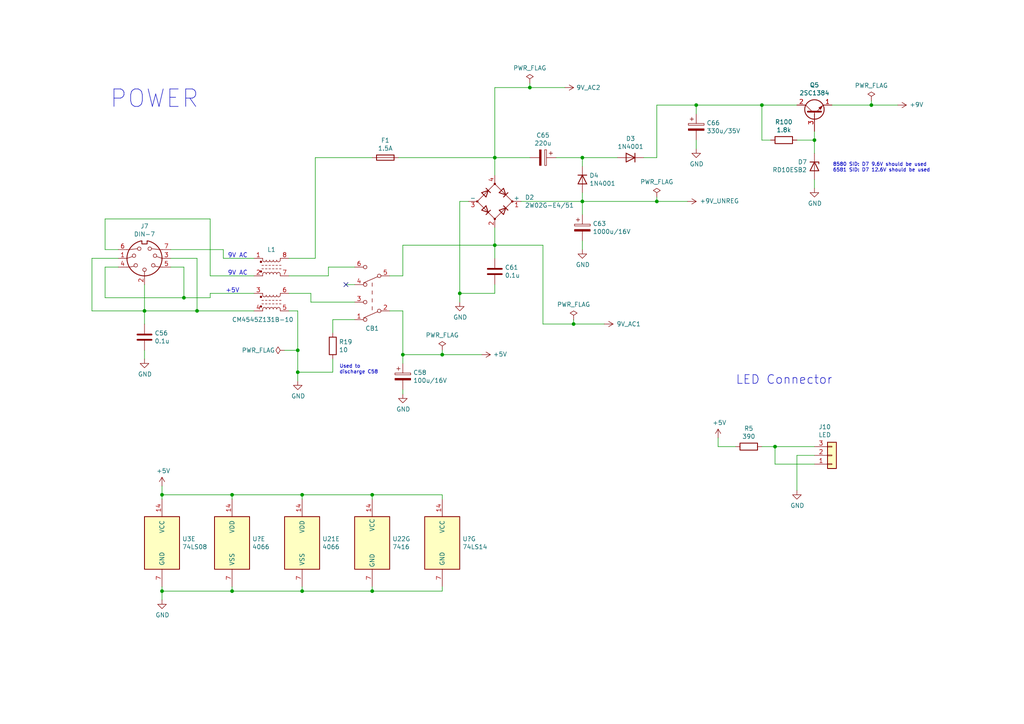
<source format=kicad_sch>
(kicad_sch (version 20230121) (generator eeschema)
  (paper "A4")
  (title_block (title "Commodore C64C - Assy 250469-01 Rev. A") (date "2023-04-02") (rev "2") (company "https://github.com/KicadRetroArchive") (comment 1 "KiCad schematic licensed under CERN-OHL-S") (comment 2 "WARNING: These schematics might contain errors!") (comment 3 "Author: Andrea Cisternino <andrea.cisternino@posteo.net>"))
  (lib_symbols
    (symbol "250469-01:+9V_UNREG" (power) (pin_names (offset 0))
      (property "Value" "+9V_UNREG" (at 0 3.556 0))
      (symbol "+9V_UNREG_0_1"
        (polyline (pts (xy -0.762 1.27) (xy 0 2.54)))
        (polyline (pts (xy 0 0) (xy 0 2.54)))
        (polyline (pts (xy 0 2.54) (xy 0.762 1.27)))
      )
      (symbol "+9V_UNREG_1_1"
        (pin power_in line (at 0 0 90) (length 0) hide (name "+9V_UNREG") (number "1"))
      )
    )
    (symbol "250469-01:9V_AC1" (power) (pin_names (offset 0))
      (property "Value" "9V_AC1" (at 0 3.556 0))
      (symbol "9V_AC1_0_1"
        (polyline (pts (xy -0.762 1.27) (xy 0 2.54)))
        (polyline (pts (xy 0 0) (xy 0 2.54)))
        (polyline (pts (xy 0 2.54) (xy 0.762 1.27)))
      )
      (symbol "9V_AC1_1_1"
        (pin power_in line (at 0 0 90) (length 0) hide (name "9V_AC1") (number "1"))
      )
    )
    (symbol "250469-01:9V_AC2" (power) (pin_names (offset 0))
      (property "Value" "9V_AC2" (at 0 3.556 0))
      (symbol "9V_AC2_0_1"
        (polyline (pts (xy -0.762 1.27) (xy 0 2.54)))
        (polyline (pts (xy 0 0) (xy 0 2.54)))
        (polyline (pts (xy 0 2.54) (xy 0.762 1.27)))
      )
      (symbol "9V_AC2_1_1"
        (pin power_in line (at 0 0 90) (length 0) hide (name "9V_AC2") (number "1"))
      )
    )
    (symbol "4xxx:4066" (pin_names (offset 1.016))
      (property "Reference" "U" (at -7.62 8.89 0))
      (property "Value" "4066" (at -7.62 -8.89 0))
      (symbol "4066_1_0"
        (polyline (pts (xy 0 1.27) (xy 0 2.54)) (stroke (width 0.1524)))
        (polyline (pts (xy -2.54 0) (xy 2.54 2.54) (xy 2.54 -2.54) (xy -2.54 0)) (fill (type background)))
        (polyline (pts (xy -2.54 2.54) (xy 2.54 0) (xy -2.54 -2.54) (xy -2.54 2.54)) (fill (type background)))
        (pin passive line (at -7.62 0 0) (length 5.08) (name "~") (number "1"))
        (pin input line (at 0 7.62 270) (length 5.08) (name "~") (number "13"))
        (pin passive line (at 7.62 0 180) (length 5.08) (name "~") (number "2"))
      )
      (symbol "4066_2_0"
        (polyline (pts (xy 0 1.27) (xy 0 2.54)) (stroke (width 0.1524)))
        (polyline (pts (xy -2.54 0) (xy 2.54 2.54) (xy 2.54 -2.54) (xy -2.54 0)) (fill (type background)))
        (polyline (pts (xy -2.54 2.54) (xy 2.54 0) (xy -2.54 -2.54) (xy -2.54 2.54)) (fill (type background)))
        (pin passive line (at 7.62 0 180) (length 5.08) (name "~") (number "3"))
        (pin passive line (at -7.62 0 0) (length 5.08) (name "~") (number "4"))
        (pin input line (at 0 7.62 270) (length 5.08) (name "~") (number "5"))
      )
      (symbol "4066_3_0"
        (polyline (pts (xy 0 1.27) (xy 0 2.54)) (stroke (width 0.1524)))
        (polyline (pts (xy -2.54 0) (xy 2.54 2.54) (xy 2.54 -2.54) (xy -2.54 0)) (fill (type background)))
        (polyline (pts (xy -2.54 2.54) (xy 2.54 0) (xy -2.54 -2.54) (xy -2.54 2.54)) (fill (type background)))
        (pin input line (at 0 7.62 270) (length 5.08) (name "~") (number "6"))
        (pin passive line (at -7.62 0 0) (length 5.08) (name "~") (number "8"))
        (pin passive line (at 7.62 0 180) (length 5.08) (name "~") (number "9"))
      )
      (symbol "4066_4_0"
        (polyline (pts (xy 0 1.27) (xy 0 2.54)) (stroke (width 0.1524)))
        (polyline (pts (xy -2.54 0) (xy 2.54 2.54) (xy 2.54 -2.54) (xy -2.54 0)) (fill (type background)))
        (polyline (pts (xy -2.54 2.54) (xy 2.54 0) (xy -2.54 -2.54) (xy -2.54 2.54)) (fill (type background)))
        (pin passive line (at 7.62 0 180) (length 5.08) (name "~") (number "10"))
        (pin passive line (at -7.62 0 0) (length 5.08) (name "~") (number "11"))
        (pin input line (at 0 7.62 270) (length 5.08) (name "~") (number "12"))
      )
      (symbol "4066_5_0"
        (pin power_in line (at 0 12.7 270) (length 5.08) (name "VDD") (number "14"))
        (pin power_in line (at 0 -12.7 90) (length 5.08) (name "VSS") (number "7"))
      )
      (symbol "4066_5_1"
        (rectangle (start -5.08 7.62) (end 5.08 -7.62) (stroke (width 0.254)) (fill (type background)))
      )
    )
    (symbol "74xx:74LS08" (pin_names (offset 1.016))
      (property "Reference" "U" (at 0 1.27 0))
      (property "Value" "74LS08" (at 0 -1.27 0))
      (symbol "74LS08_1_1"
        (arc (start 0 -3.81) (mid 3.7934 0) (end 0 3.81) (stroke (width 0.254)) (fill (type background)))
        (polyline (pts (xy 0 3.81) (xy -3.81 3.81) (xy -3.81 -3.81) (xy 0 -3.81)) (stroke (width 0.254)) (fill (type background)))
        (pin input line (at -7.62 2.54 0) (length 3.81) (name "~") (number "1"))
        (pin input line (at -7.62 -2.54 0) (length 3.81) (name "~") (number "2"))
        (pin output line (at 7.62 0 180) (length 3.81) (name "~") (number "3"))
      )
      (symbol "74LS08_1_2"
        (arc (start -3.81 -3.81) (mid -2.589 0) (end -3.81 3.81) (stroke (width 0.254)))
        (arc (start -0.6096 -3.81) (mid 2.1842 -2.5851) (end 3.81 0) (stroke (width 0.254)) (fill (type background)))
        (polyline (pts (xy -3.81 -3.81) (xy -0.635 -3.81)) (stroke (width 0.254)) (fill (type background)))
        (polyline (pts (xy -3.81 3.81) (xy -0.635 3.81)) (stroke (width 0.254)) (fill (type background)))
        (polyline (pts (xy -0.635 3.81) (xy -3.81 3.81) (xy -3.81 3.81) (xy -3.556 3.4036) (xy -3.0226 2.2606) (xy -2.6924 1.0414) (xy -2.6162 -0.254) (xy -2.7686 -1.4986) (xy -3.175 -2.7178) (xy -3.81 -3.81) (xy -3.81 -3.81) (xy -0.635 -3.81)) (stroke (width -25.4)) (fill (type background)))
        (arc (start 3.81 0) (mid 2.1915 2.5936) (end -0.6096 3.81) (stroke (width 0.254)) (fill (type background)))
        (pin input inverted (at -7.62 2.54 0) (length 4.318) (name "~") (number "1"))
        (pin input inverted (at -7.62 -2.54 0) (length 4.318) (name "~") (number "2"))
        (pin output inverted (at 7.62 0 180) (length 3.81) (name "~") (number "3"))
      )
      (symbol "74LS08_2_1"
        (arc (start 0 -3.81) (mid 3.7934 0) (end 0 3.81) (stroke (width 0.254)) (fill (type background)))
        (polyline (pts (xy 0 3.81) (xy -3.81 3.81) (xy -3.81 -3.81) (xy 0 -3.81)) (stroke (width 0.254)) (fill (type background)))
        (pin input line (at -7.62 2.54 0) (length 3.81) (name "~") (number "4"))
        (pin input line (at -7.62 -2.54 0) (length 3.81) (name "~") (number "5"))
        (pin output line (at 7.62 0 180) (length 3.81) (name "~") (number "6"))
      )
      (symbol "74LS08_2_2"
        (arc (start -3.81 -3.81) (mid -2.589 0) (end -3.81 3.81) (stroke (width 0.254)))
        (arc (start -0.6096 -3.81) (mid 2.1842 -2.5851) (end 3.81 0) (stroke (width 0.254)) (fill (type background)))
        (polyline (pts (xy -3.81 -3.81) (xy -0.635 -3.81)) (stroke (width 0.254)) (fill (type background)))
        (polyline (pts (xy -3.81 3.81) (xy -0.635 3.81)) (stroke (width 0.254)) (fill (type background)))
        (polyline (pts (xy -0.635 3.81) (xy -3.81 3.81) (xy -3.81 3.81) (xy -3.556 3.4036) (xy -3.0226 2.2606) (xy -2.6924 1.0414) (xy -2.6162 -0.254) (xy -2.7686 -1.4986) (xy -3.175 -2.7178) (xy -3.81 -3.81) (xy -3.81 -3.81) (xy -0.635 -3.81)) (stroke (width -25.4)) (fill (type background)))
        (arc (start 3.81 0) (mid 2.1915 2.5936) (end -0.6096 3.81) (stroke (width 0.254)) (fill (type background)))
        (pin input inverted (at -7.62 2.54 0) (length 4.318) (name "~") (number "4"))
        (pin input inverted (at -7.62 -2.54 0) (length 4.318) (name "~") (number "5"))
        (pin output inverted (at 7.62 0 180) (length 3.81) (name "~") (number "6"))
      )
      (symbol "74LS08_3_1"
        (arc (start 0 -3.81) (mid 3.7934 0) (end 0 3.81) (stroke (width 0.254)) (fill (type background)))
        (polyline (pts (xy 0 3.81) (xy -3.81 3.81) (xy -3.81 -3.81) (xy 0 -3.81)) (stroke (width 0.254)) (fill (type background)))
        (pin input line (at -7.62 -2.54 0) (length 3.81) (name "~") (number "10"))
        (pin output line (at 7.62 0 180) (length 3.81) (name "~") (number "8"))
        (pin input line (at -7.62 2.54 0) (length 3.81) (name "~") (number "9"))
      )
      (symbol "74LS08_3_2"
        (arc (start -3.81 -3.81) (mid -2.589 0) (end -3.81 3.81) (stroke (width 0.254)))
        (arc (start -0.6096 -3.81) (mid 2.1842 -2.5851) (end 3.81 0) (stroke (width 0.254)) (fill (type background)))
        (polyline (pts (xy -3.81 -3.81) (xy -0.635 -3.81)) (stroke (width 0.254)) (fill (type background)))
        (polyline (pts (xy -3.81 3.81) (xy -0.635 3.81)) (stroke (width 0.254)) (fill (type background)))
        (polyline (pts (xy -0.635 3.81) (xy -3.81 3.81) (xy -3.81 3.81) (xy -3.556 3.4036) (xy -3.0226 2.2606) (xy -2.6924 1.0414) (xy -2.6162 -0.254) (xy -2.7686 -1.4986) (xy -3.175 -2.7178) (xy -3.81 -3.81) (xy -3.81 -3.81) (xy -0.635 -3.81)) (stroke (width -25.4)) (fill (type background)))
        (arc (start 3.81 0) (mid 2.1915 2.5936) (end -0.6096 3.81) (stroke (width 0.254)) (fill (type background)))
        (pin input inverted (at -7.62 -2.54 0) (length 4.318) (name "~") (number "10"))
        (pin output inverted (at 7.62 0 180) (length 3.81) (name "~") (number "8"))
        (pin input inverted (at -7.62 2.54 0) (length 4.318) (name "~") (number "9"))
      )
      (symbol "74LS08_4_1"
        (arc (start 0 -3.81) (mid 3.7934 0) (end 0 3.81) (stroke (width 0.254)) (fill (type background)))
        (polyline (pts (xy 0 3.81) (xy -3.81 3.81) (xy -3.81 -3.81) (xy 0 -3.81)) (stroke (width 0.254)) (fill (type background)))
        (pin output line (at 7.62 0 180) (length 3.81) (name "~") (number "11"))
        (pin input line (at -7.62 2.54 0) (length 3.81) (name "~") (number "12"))
        (pin input line (at -7.62 -2.54 0) (length 3.81) (name "~") (number "13"))
      )
      (symbol "74LS08_4_2"
        (arc (start -3.81 -3.81) (mid -2.589 0) (end -3.81 3.81) (stroke (width 0.254)))
        (arc (start -0.6096 -3.81) (mid 2.1842 -2.5851) (end 3.81 0) (stroke (width 0.254)) (fill (type background)))
        (polyline (pts (xy -3.81 -3.81) (xy -0.635 -3.81)) (stroke (width 0.254)) (fill (type background)))
        (polyline (pts (xy -3.81 3.81) (xy -0.635 3.81)) (stroke (width 0.254)) (fill (type background)))
        (polyline (pts (xy -0.635 3.81) (xy -3.81 3.81) (xy -3.81 3.81) (xy -3.556 3.4036) (xy -3.0226 2.2606) (xy -2.6924 1.0414) (xy -2.6162 -0.254) (xy -2.7686 -1.4986) (xy -3.175 -2.7178) (xy -3.81 -3.81) (xy -3.81 -3.81) (xy -0.635 -3.81)) (stroke (width -25.4)) (fill (type background)))
        (arc (start 3.81 0) (mid 2.1915 2.5936) (end -0.6096 3.81) (stroke (width 0.254)) (fill (type background)))
        (pin output inverted (at 7.62 0 180) (length 3.81) (name "~") (number "11"))
        (pin input inverted (at -7.62 2.54 0) (length 4.318) (name "~") (number "12"))
        (pin input inverted (at -7.62 -2.54 0) (length 4.318) (name "~") (number "13"))
      )
      (symbol "74LS08_5_0"
        (pin power_in line (at 0 12.7 270) (length 5.08) (name "VCC") (number "14"))
        (pin power_in line (at 0 -12.7 90) (length 5.08) (name "GND") (number "7"))
      )
      (symbol "74LS08_5_1"
        (rectangle (start -5.08 7.62) (end 5.08 -7.62) (stroke (width 0.254)) (fill (type background)))
      )
    )
    (symbol "74xx:74LS14" (pin_names (offset 1.016))
      (property "Reference" "U" (at 0 1.27 0))
      (property "Value" "74LS14" (at 0 -1.27 0))
      (symbol "74LS14_1_0"
        (polyline (pts (xy -3.81 3.81) (xy -3.81 -3.81) (xy 3.81 0) (xy -3.81 3.81)) (stroke (width 0.254)) (fill (type background)))
        (pin input line (at -7.62 0 0) (length 3.81) (name "~") (number "1"))
        (pin output inverted (at 7.62 0 180) (length 3.81) (name "~") (number "2"))
      )
      (symbol "74LS14_1_1"
        (polyline (pts (xy -1.905 -1.27) (xy -1.905 1.27) (xy -0.635 1.27)))
        (polyline (pts (xy -2.54 -1.27) (xy -0.635 -1.27) (xy -0.635 1.27) (xy 0 1.27)))
      )
      (symbol "74LS14_2_0"
        (polyline (pts (xy -3.81 3.81) (xy -3.81 -3.81) (xy 3.81 0) (xy -3.81 3.81)) (stroke (width 0.254)) (fill (type background)))
        (pin input line (at -7.62 0 0) (length 3.81) (name "~") (number "3"))
        (pin output inverted (at 7.62 0 180) (length 3.81) (name "~") (number "4"))
      )
      (symbol "74LS14_2_1"
        (polyline (pts (xy -1.905 -1.27) (xy -1.905 1.27) (xy -0.635 1.27)))
        (polyline (pts (xy -2.54 -1.27) (xy -0.635 -1.27) (xy -0.635 1.27) (xy 0 1.27)))
      )
      (symbol "74LS14_3_0"
        (polyline (pts (xy -3.81 3.81) (xy -3.81 -3.81) (xy 3.81 0) (xy -3.81 3.81)) (stroke (width 0.254)) (fill (type background)))
        (pin input line (at -7.62 0 0) (length 3.81) (name "~") (number "5"))
        (pin output inverted (at 7.62 0 180) (length 3.81) (name "~") (number "6"))
      )
      (symbol "74LS14_3_1"
        (polyline (pts (xy -1.905 -1.27) (xy -1.905 1.27) (xy -0.635 1.27)))
        (polyline (pts (xy -2.54 -1.27) (xy -0.635 -1.27) (xy -0.635 1.27) (xy 0 1.27)))
      )
      (symbol "74LS14_4_0"
        (polyline (pts (xy -3.81 3.81) (xy -3.81 -3.81) (xy 3.81 0) (xy -3.81 3.81)) (stroke (width 0.254)) (fill (type background)))
        (pin output inverted (at 7.62 0 180) (length 3.81) (name "~") (number "8"))
        (pin input line (at -7.62 0 0) (length 3.81) (name "~") (number "9"))
      )
      (symbol "74LS14_4_1"
        (polyline (pts (xy -1.905 -1.27) (xy -1.905 1.27) (xy -0.635 1.27)))
        (polyline (pts (xy -2.54 -1.27) (xy -0.635 -1.27) (xy -0.635 1.27) (xy 0 1.27)))
      )
      (symbol "74LS14_5_0"
        (polyline (pts (xy -3.81 3.81) (xy -3.81 -3.81) (xy 3.81 0) (xy -3.81 3.81)) (stroke (width 0.254)) (fill (type background)))
        (pin output inverted (at 7.62 0 180) (length 3.81) (name "~") (number "10"))
        (pin input line (at -7.62 0 0) (length 3.81) (name "~") (number "11"))
      )
      (symbol "74LS14_5_1"
        (polyline (pts (xy -1.905 -1.27) (xy -1.905 1.27) (xy -0.635 1.27)))
        (polyline (pts (xy -2.54 -1.27) (xy -0.635 -1.27) (xy -0.635 1.27) (xy 0 1.27)))
      )
      (symbol "74LS14_6_0"
        (polyline (pts (xy -3.81 3.81) (xy -3.81 -3.81) (xy 3.81 0) (xy -3.81 3.81)) (stroke (width 0.254)) (fill (type background)))
        (pin output inverted (at 7.62 0 180) (length 3.81) (name "~") (number "12"))
        (pin input line (at -7.62 0 0) (length 3.81) (name "~") (number "13"))
      )
      (symbol "74LS14_6_1"
        (polyline (pts (xy -1.905 -1.27) (xy -1.905 1.27) (xy -0.635 1.27)))
        (polyline (pts (xy -2.54 -1.27) (xy -0.635 -1.27) (xy -0.635 1.27) (xy 0 1.27)))
      )
      (symbol "74LS14_7_0"
        (pin power_in line (at 0 12.7 270) (length 5.08) (name "VCC") (number "14"))
        (pin power_in line (at 0 -12.7 90) (length 5.08) (name "GND") (number "7"))
      )
      (symbol "74LS14_7_1"
        (rectangle (start -5.08 7.62) (end 5.08 -7.62) (stroke (width 0.254)) (fill (type background)))
      )
    )
    (symbol "Connector:DIN-7" (pin_names (offset 1.016))
      (property "Reference" "J" (at 3.175 5.715 0))
      (property "Value" "DIN-7" (at 0 -6.604 0))
      (symbol "DIN-7_0_1"
        (arc (start -5.08 0) (mid -3.8609 -3.3364) (end -0.762 -5.08) (stroke (width 0.254)))
        (circle (center -3.048 -0.762) (radius 0.508))
        (circle (center -2.54 2.032) (radius 0.508))
        (circle (center -1.524 -2.794) (radius 0.508))
        (polyline (pts (xy -5.08 0) (xy -3.556 -0.508)))
        (polyline (pts (xy 0 5.08) (xy 0 3.81)))
        (polyline (pts (xy 5.08 0) (xy 3.556 -0.508)))
        (polyline (pts (xy -5.08 -2.54) (xy -4.318 -2.54) (xy -2.032 -2.794)))
        (polyline (pts (xy -5.08 2.54) (xy -4.318 2.54) (xy -3.048 2.286)))
        (polyline (pts (xy 5.08 -2.54) (xy 4.318 -2.54) (xy 2.032 -2.794)))
        (polyline (pts (xy 5.08 2.54) (xy 4.318 2.54) (xy 3.048 2.286)))
        (polyline (pts (xy -0.762 -4.953) (xy -0.762 -4.191) (xy 0.762 -4.191) (xy 0.762 -4.953)) (stroke (width 0.254)))
        (circle (center 0 3.302) (radius 0.508))
        (arc (start 0.762 -5.08) (mid 3.8685 -3.343) (end 5.08 0) (stroke (width 0.254)))
        (circle (center 1.524 -2.794) (radius 0.508))
        (circle (center 2.54 2.032) (radius 0.508))
        (circle (center 3.048 -0.762) (radius 0.508))
        (arc (start 5.08 0) (mid 0 5.0579) (end -5.08 0) (stroke (width 0.254)))
      )
      (symbol "DIN-7_1_1"
        (pin passive line (at -7.62 0 0) (length 2.54) (name "~") (number "1"))
        (pin passive line (at 0 7.62 270) (length 2.54) (name "~") (number "2"))
        (pin passive line (at 7.62 0 180) (length 2.54) (name "~") (number "3"))
        (pin passive line (at -7.62 2.54 0) (length 2.54) (name "~") (number "4"))
        (pin passive line (at 7.62 2.54 180) (length 2.54) (name "~") (number "5"))
        (pin passive line (at -7.62 -2.54 0) (length 2.54) (name "~") (number "6"))
        (pin passive line (at 7.62 -2.54 180) (length 2.54) (name "~") (number "7"))
      )
    )
    (symbol "Connector_Generic:Conn_01x03" (pin_names (offset 1.016) hide)
      (property "Reference" "J" (at 0 5.08 0))
      (property "Value" "Conn_01x03" (at 0 -5.08 0))
      (symbol "Conn_01x03_1_1"
        (rectangle (start -1.27 -2.413) (end 0 -2.667) (stroke (width 0.1524)))
        (rectangle (start -1.27 0.127) (end 0 -0.127) (stroke (width 0.1524)))
        (rectangle (start -1.27 2.667) (end 0 2.413) (stroke (width 0.1524)))
        (rectangle (start -1.27 3.81) (end 1.27 -3.81) (stroke (width 0.254)) (fill (type background)))
        (pin passive line (at -5.08 2.54 0) (length 3.81) (name "Pin_1") (number "1"))
        (pin passive line (at -5.08 0 0) (length 3.81) (name "Pin_2") (number "2"))
        (pin passive line (at -5.08 -2.54 0) (length 3.81) (name "Pin_3") (number "3"))
      )
    )
    (symbol "Device:C" (pin_numbers hide) (pin_names (offset 0.254))
      (property "Reference" "C" (at 0.635 2.54 0))
      (property "Value" "C" (at 0.635 -2.54 0))
      (symbol "C_0_1"
        (polyline (pts (xy -2.032 -0.762) (xy 2.032 -0.762)) (stroke (width 0.508)))
        (polyline (pts (xy -2.032 0.762) (xy 2.032 0.762)) (stroke (width 0.508)))
      )
      (symbol "C_1_1"
        (pin passive line (at 0 3.81 270) (length 2.794) (name "~") (number "1"))
        (pin passive line (at 0 -3.81 90) (length 2.794) (name "~") (number "2"))
      )
    )
    (symbol "Device:C_Polarized" (pin_numbers hide) (pin_names (offset 0.254))
      (property "Reference" "C" (at 0.635 2.54 0))
      (property "Value" "C_Polarized" (at 0.635 -2.54 0))
      (symbol "C_Polarized_0_1"
        (rectangle (start -2.286 0.508) (end 2.286 1.016))
        (polyline (pts (xy -1.778 2.286) (xy -0.762 2.286)))
        (polyline (pts (xy -1.27 2.794) (xy -1.27 1.778)))
        (rectangle (start 2.286 -0.508) (end -2.286 -1.016) (fill (type outline)))
      )
      (symbol "C_Polarized_1_1"
        (pin passive line (at 0 3.81 270) (length 2.794) (name "~") (number "1"))
        (pin passive line (at 0 -3.81 90) (length 2.794) (name "~") (number "2"))
      )
    )
    (symbol "Device:D_Bridge_+A-A" (pin_names (offset 0))
      (property "Reference" "D" (at 2.54 6.985 0))
      (property "Value" "D_Bridge_+A-A" (at 2.54 5.08 0))
      (symbol "D_Bridge_+A-A_0_1"
        (circle (center -5.08 0) (radius 0.254) (fill (type outline)))
        (circle (center 0 -5.08) (radius 0.254) (fill (type outline)))
        (polyline (pts (xy -2.54 3.81) (xy -1.27 2.54)) (stroke (width 0.254)))
        (polyline (pts (xy -1.27 -2.54) (xy -2.54 -3.81)) (stroke (width 0.254)))
        (polyline (pts (xy 2.54 -1.27) (xy 3.81 -2.54)) (stroke (width 0.254)))
        (polyline (pts (xy 2.54 1.27) (xy 3.81 2.54)) (stroke (width 0.254)))
        (polyline (pts (xy -3.81 2.54) (xy -2.54 1.27) (xy -1.905 3.175) (xy -3.81 2.54)) (stroke (width 0.254)))
        (polyline (pts (xy -2.54 -1.27) (xy -3.81 -2.54) (xy -1.905 -3.175) (xy -2.54 -1.27)) (stroke (width 0.254)))
        (polyline (pts (xy 1.27 2.54) (xy 2.54 3.81) (xy 3.175 1.905) (xy 1.27 2.54)) (stroke (width 0.254)))
        (polyline (pts (xy 3.175 -1.905) (xy 1.27 -2.54) (xy 2.54 -3.81) (xy 3.175 -1.905)) (stroke (width 0.254)))
        (polyline (pts (xy -5.08 0) (xy 0 -5.08) (xy 5.08 0) (xy 0 5.08) (xy -5.08 0)))
        (circle (center 0 5.08) (radius 0.254) (fill (type outline)))
        (circle (center 5.08 0) (radius 0.254) (fill (type outline)))
      )
      (symbol "D_Bridge_+A-A_1_1"
        (pin passive line (at 7.62 0 180) (length 2.54) (name "+") (number "1"))
        (pin passive line (at 0 -7.62 90) (length 2.54) (name "~") (number "2"))
        (pin passive line (at -7.62 0 0) (length 2.54) (name "-") (number "3"))
        (pin passive line (at 0 7.62 270) (length 2.54) (name "~") (number "4"))
      )
    )
    (symbol "Device:Fuse" (pin_numbers hide) (pin_names (offset 0))
      (property "Reference" "F" (at 2.032 0 90))
      (property "Value" "Fuse" (at -1.905 0 90))
      (symbol "Fuse_0_1"
        (rectangle (start -0.762 -2.54) (end 0.762 2.54) (stroke (width 0.254)))
        (polyline (pts (xy 0 2.54) (xy 0 -2.54)))
      )
      (symbol "Fuse_1_1"
        (pin passive line (at 0 3.81 270) (length 1.27) (name "~") (number "1"))
        (pin passive line (at 0 -3.81 90) (length 1.27) (name "~") (number "2"))
      )
    )
    (symbol "Device:R" (pin_numbers hide) (pin_names (offset 0))
      (property "Reference" "R" (at 2.032 0 90))
      (property "Value" "R" (at 0 0 90))
      (symbol "R_0_1"
        (rectangle (start -1.016 -2.54) (end 1.016 2.54) (stroke (width 0.254)))
      )
      (symbol "R_1_1"
        (pin passive line (at 0 3.81 270) (length 1.27) (name "~") (number "1"))
        (pin passive line (at 0 -3.81 90) (length 1.27) (name "~") (number "2"))
      )
    )
    (symbol "Diode:1N4001" (pin_numbers hide) (pin_names hide)
      (property "Reference" "D" (at 0 2.54 0))
      (property "Value" "1N4001" (at 0 -2.54 0))
      (symbol "1N4001_0_1"
        (polyline (pts (xy -1.27 1.27) (xy -1.27 -1.27)) (stroke (width 0.254)))
        (polyline (pts (xy 1.27 0) (xy -1.27 0)))
        (polyline (pts (xy 1.27 1.27) (xy 1.27 -1.27) (xy -1.27 0) (xy 1.27 1.27)) (stroke (width 0.254)))
      )
      (symbol "1N4001_1_1"
        (pin passive line (at -3.81 0 0) (length 2.54) (name "K") (number "1"))
        (pin passive line (at 3.81 0 180) (length 2.54) (name "A") (number "2"))
      )
    )
    (symbol "krl_74xx:7416"
      (property "Reference" "U" (at 0 1.524 0))
      (property "Value" "7416" (at 0 -0.762 0))
      (symbol "7416_1_0"
        (polyline (pts (xy -3.81 3.81) (xy -3.81 -3.81) (xy 3.81 0) (xy -3.81 3.81)) (stroke (width 0.254)) (fill (type background)))
        (pin input line (at -7.62 0 0) (length 3.81) (name "~") (number "1"))
        (pin open_collector inverted (at 7.62 0 180) (length 3.81) (name "~") (number "2"))
      )
      (symbol "7416_1_1"
        (polyline (pts (xy -2.54 -0.508) (xy -0.508 -0.508)) (stroke (width 0.1016)))
        (polyline (pts (xy -2.54 0.254) (xy -1.524 1.27)) (stroke (width 0.1016)))
        (polyline (pts (xy -1.778 -0.508) (xy -2.54 0.254)) (stroke (width 0.1016)))
        (polyline (pts (xy -1.524 1.27) (xy -0.508 0.254)) (stroke (width 0.1016)))
        (polyline (pts (xy -1.27 -0.508) (xy -0.508 0.254)) (stroke (width 0.1016)))
      )
      (symbol "7416_2_0"
        (polyline (pts (xy -3.81 3.81) (xy -3.81 -3.81) (xy 3.81 0) (xy -3.81 3.81)) (stroke (width 0.254)) (fill (type background)))
        (pin input line (at -7.62 0 0) (length 3.81) (name "~") (number "3"))
        (pin open_collector inverted (at 7.62 0 180) (length 3.81) (name "~") (number "4"))
      )
      (symbol "7416_2_1"
        (polyline (pts (xy -2.54 -0.508) (xy -0.508 -0.508)) (stroke (width 0.1016)))
        (polyline (pts (xy -2.54 0.254) (xy -1.524 1.27)) (stroke (width 0.1016)))
        (polyline (pts (xy -1.778 -0.508) (xy -2.54 0.254)) (stroke (width 0.1016)))
        (polyline (pts (xy -1.524 1.27) (xy -0.508 0.254)) (stroke (width 0.1016)))
        (polyline (pts (xy -1.27 -0.508) (xy -0.508 0.254)) (stroke (width 0.1016)))
      )
      (symbol "7416_3_0"
        (polyline (pts (xy -3.81 3.81) (xy -3.81 -3.81) (xy 3.81 0) (xy -3.81 3.81)) (stroke (width 0.254)) (fill (type background)))
        (pin input line (at -7.62 0 0) (length 3.81) (name "~") (number "5"))
        (pin open_collector inverted (at 7.62 0 180) (length 3.81) (name "~") (number "6"))
      )
      (symbol "7416_3_1"
        (polyline (pts (xy -2.54 -0.508) (xy -0.508 -0.508)) (stroke (width 0.1016)))
        (polyline (pts (xy -2.54 0.254) (xy -1.524 1.27)) (stroke (width 0.1016)))
        (polyline (pts (xy -1.778 -0.508) (xy -2.54 0.254)) (stroke (width 0.1016)))
        (polyline (pts (xy -1.524 1.27) (xy -0.508 0.254)) (stroke (width 0.1016)))
        (polyline (pts (xy -1.27 -0.508) (xy -0.508 0.254)) (stroke (width 0.1016)))
      )
      (symbol "7416_4_0"
        (polyline (pts (xy -3.81 3.81) (xy -3.81 -3.81) (xy 3.81 0) (xy -3.81 3.81)) (stroke (width 0.254)) (fill (type background)))
        (pin open_collector inverted (at 7.62 0 180) (length 3.81) (name "~") (number "8"))
        (pin input line (at -7.62 0 0) (length 3.81) (name "~") (number "9"))
      )
      (symbol "7416_4_1"
        (polyline (pts (xy -2.54 -0.508) (xy -0.508 -0.508)) (stroke (width 0.1016)))
        (polyline (pts (xy -2.54 0.254) (xy -1.524 1.27)) (stroke (width 0.1016)))
        (polyline (pts (xy -1.778 -0.508) (xy -2.54 0.254)) (stroke (width 0.1016)))
        (polyline (pts (xy -1.524 1.27) (xy -0.508 0.254)) (stroke (width 0.1016)))
        (polyline (pts (xy -1.27 -0.508) (xy -0.508 0.254)) (stroke (width 0.1016)))
      )
      (symbol "7416_5_0"
        (polyline (pts (xy -3.81 3.81) (xy -3.81 -3.81) (xy 3.81 0) (xy -3.81 3.81)) (stroke (width 0.254)) (fill (type background)))
        (pin open_collector inverted (at 7.62 0 180) (length 3.81) (name "~") (number "10"))
        (pin input line (at -7.62 0 0) (length 3.81) (name "~") (number "11"))
      )
      (symbol "7416_5_1"
        (polyline (pts (xy -2.54 -0.508) (xy -0.508 -0.508)) (stroke (width 0.1016)))
        (polyline (pts (xy -2.54 0.254) (xy -1.524 1.27)) (stroke (width 0.1016)))
        (polyline (pts (xy -1.778 -0.508) (xy -2.54 0.254)) (stroke (width 0.1016)))
        (polyline (pts (xy -1.524 1.27) (xy -0.508 0.254)) (stroke (width 0.1016)))
        (polyline (pts (xy -1.27 -0.508) (xy -0.508 0.254)) (stroke (width 0.1016)))
      )
      (symbol "7416_6_0"
        (polyline (pts (xy -3.81 3.81) (xy -3.81 -3.81) (xy 3.81 0) (xy -3.81 3.81)) (stroke (width 0.254)) (fill (type background)))
        (pin open_collector inverted (at 7.62 0 180) (length 3.81) (name "~") (number "12"))
        (pin input line (at -7.62 0 0) (length 3.81) (name "~") (number "13"))
      )
      (symbol "7416_6_1"
        (polyline (pts (xy -2.54 -0.508) (xy -0.508 -0.508)) (stroke (width 0.1016)))
        (polyline (pts (xy -2.54 0.254) (xy -1.524 1.27)) (stroke (width 0.1016)))
        (polyline (pts (xy -1.778 -0.508) (xy -2.54 0.254)) (stroke (width 0.1016)))
        (polyline (pts (xy -1.524 1.27) (xy -0.508 0.254)) (stroke (width 0.1016)))
        (polyline (pts (xy -1.27 -0.508) (xy -0.508 0.254)) (stroke (width 0.1016)))
      )
      (symbol "7416_7_0"
        (pin power_in line (at 0 12.7 270) (length 5.08) (name "VCC") (number "14"))
        (pin power_in line (at 0 -12.7 90) (length 5.08) (name "GND") (number "7"))
      )
      (symbol "7416_7_1"
        (rectangle (start -5.08 7.62) (end 5.08 -7.62) (stroke (width 0.254)) (fill (type background)))
      )
    )
    (symbol "krl_Diode:RD10ESB2" (pin_numbers hide) (pin_names (offset 1.016) hide)
      (property "Reference" "D" (at 0 2.54 0))
      (property "Value" "RD10ESB2" (at 0 -2.54 0))
      (symbol "RD10ESB2_0_1"
        (polyline (pts (xy 1.27 0) (xy -1.27 0)))
        (polyline (pts (xy -1.27 -1.27) (xy -1.27 1.27) (xy -0.762 1.27)) (stroke (width 0.254)))
        (polyline (pts (xy 1.27 -1.27) (xy 1.27 1.27) (xy -1.27 0) (xy 1.27 -1.27)) (stroke (width 0.254)))
      )
      (symbol "RD10ESB2_1_1"
        (pin passive line (at -3.81 0 0) (length 2.54) (name "K") (number "1"))
        (pin passive line (at 3.81 0 180) (length 2.54) (name "A") (number "2"))
      )
    )
    (symbol "krl_Filter:CM4545Z131B-10" (pin_names (offset 0.254) hide)
      (property "Reference" "L" (at 0 10.16 0))
      (property "Value" "CM4545Z131B-10" (at 0 -11.43 0))
      (symbol "CM4545Z131B-10_0_1"
        (circle (center -3.048 3.81) (radius 0.254) (fill (type outline)))
        (circle (center -3.048 6.604) (radius 0.254) (fill (type outline)))
        (arc (start -2.54 7.112) (mid -2.032 6.6062) (end -1.524 7.112))
        (arc (start -1.524 3.048) (mid -2.032 3.5538) (end -2.54 3.048))
        (arc (start -1.524 7.112) (mid -1.016 6.6062) (end -0.508 7.112))
        (arc (start -0.508 3.048) (mid -1.016 3.5538) (end -1.524 3.048))
        (arc (start -0.508 7.112) (mid 0 6.6062) (end 0.508 7.112))
        (polyline (pts (xy -2.794 4.572) (xy -2.286 4.572)))
        (polyline (pts (xy -2.794 5.588) (xy -2.286 5.588)))
        (polyline (pts (xy -2.54 3.048) (xy -2.54 2.54)))
        (polyline (pts (xy -2.54 7.112) (xy -2.54 7.62)))
        (polyline (pts (xy -1.778 4.572) (xy -1.27 4.572)))
        (polyline (pts (xy -1.778 5.588) (xy -1.27 5.588)))
        (polyline (pts (xy -0.762 4.572) (xy -0.254 4.572)))
        (polyline (pts (xy -0.762 5.588) (xy -0.254 5.588)))
        (polyline (pts (xy 0.254 4.572) (xy 0.762 4.572)))
        (polyline (pts (xy 0.254 5.588) (xy 0.762 5.588)))
        (polyline (pts (xy 1.27 4.572) (xy 1.778 4.572)))
        (polyline (pts (xy 1.27 5.588) (xy 1.778 5.588)))
        (polyline (pts (xy 2.286 4.572) (xy 2.794 4.572)))
        (polyline (pts (xy 2.286 5.588) (xy 2.794 5.588)))
        (polyline (pts (xy 2.54 3.048) (xy 2.54 2.54)))
        (polyline (pts (xy 2.54 7.62) (xy 2.54 7.112)))
        (arc (start 0.508 3.048) (mid 0 3.5538) (end -0.508 3.048))
        (arc (start 0.508 7.112) (mid 1.016 6.6062) (end 1.524 7.112))
        (arc (start 1.524 3.048) (mid 1.016 3.5538) (end 0.508 3.048))
        (arc (start 1.524 7.112) (mid 2.032 6.6062) (end 2.54 7.112))
        (arc (start 2.54 3.048) (mid 2.032 3.5538) (end 1.524 3.048))
      )
      (symbol "CM4545Z131B-10_1_1"
        (circle (center -3.048 -6.35) (radius 0.254) (fill (type outline)))
        (circle (center -3.048 -3.556) (radius 0.254) (fill (type outline)))
        (arc (start -2.54 -3.048) (mid -2.032 -3.5538) (end -1.524 -3.048))
        (arc (start -1.524 -7.112) (mid -2.032 -6.6062) (end -2.54 -7.112))
        (arc (start -1.524 -3.048) (mid -1.016 -3.5538) (end -0.508 -3.048))
        (arc (start -0.508 -7.112) (mid -1.016 -6.6062) (end -1.524 -7.112))
        (arc (start -0.508 -3.048) (mid 0 -3.5538) (end 0.508 -3.048))
        (polyline (pts (xy -2.794 -5.588) (xy -2.286 -5.588)))
        (polyline (pts (xy -2.794 -4.572) (xy -2.286 -4.572)))
        (polyline (pts (xy -2.54 -7.112) (xy -2.54 -7.62)))
        (polyline (pts (xy -2.54 -3.048) (xy -2.54 -2.54)))
        (polyline (pts (xy -1.778 -5.588) (xy -1.27 -5.588)))
        (polyline (pts (xy -1.778 -4.572) (xy -1.27 -4.572)))
        (polyline (pts (xy -0.762 -5.588) (xy -0.254 -5.588)))
        (polyline (pts (xy -0.762 -4.572) (xy -0.254 -4.572)))
        (polyline (pts (xy 0.254 -5.588) (xy 0.762 -5.588)))
        (polyline (pts (xy 0.254 -4.572) (xy 0.762 -4.572)))
        (polyline (pts (xy 1.27 -5.588) (xy 1.778 -5.588)))
        (polyline (pts (xy 1.27 -4.572) (xy 1.778 -4.572)))
        (polyline (pts (xy 2.286 -5.588) (xy 2.794 -5.588)))
        (polyline (pts (xy 2.286 -4.572) (xy 2.794 -4.572)))
        (polyline (pts (xy 2.54 -7.112) (xy 2.54 -7.62)))
        (polyline (pts (xy 2.54 -2.54) (xy 2.54 -3.048)))
        (arc (start 0.508 -7.112) (mid 0 -6.6062) (end -0.508 -7.112))
        (arc (start 0.508 -3.048) (mid 1.016 -3.5538) (end 1.524 -3.048))
        (arc (start 1.524 -7.112) (mid 1.016 -6.6062) (end 0.508 -7.112))
        (arc (start 1.524 -3.048) (mid 2.032 -3.5538) (end 2.54 -3.048))
        (arc (start 2.54 -7.112) (mid 2.032 -6.6062) (end 1.524 -7.112))
        (pin passive line (at -5.08 7.62 0) (length 2.54) (name "1") (number "1"))
        (pin passive line (at -5.08 2.54 0) (length 2.54) (name "2") (number "2"))
        (pin passive line (at -5.08 -2.54 0) (length 2.54) (name "3") (number "3"))
        (pin passive line (at -5.08 -7.62 0) (length 2.54) (name "4") (number "4"))
        (pin passive line (at 5.08 -7.62 180) (length 2.54) (name "5") (number "5"))
        (pin passive line (at 5.08 -2.54 180) (length 2.54) (name "6") (number "6"))
        (pin passive line (at 5.08 2.54 180) (length 2.54) (name "7") (number "7"))
        (pin passive line (at 5.08 7.62 180) (length 2.54) (name "8") (number "8"))
      )
    )
    (symbol "krl_Switch:SW_DPDT" (pin_names (offset 0) hide)
      (property "Reference" "SW" (at 0 9.525 0))
      (property "Value" "SW_DPDT" (at 0 -10.795 0))
      (symbol "SW_DPDT_0_0"
        (circle (center -2.032 -5.08) (radius 0.508))
        (circle (center -2.032 5.08) (radius 0.508))
        (circle (center 2.032 -7.62) (radius 0.508))
        (circle (center 2.032 2.54) (radius 0.508))
      )
      (symbol "SW_DPDT_0_1"
        (polyline (pts (xy -1.524 -4.826) (xy 2.54 -3.048)))
        (polyline (pts (xy -1.524 5.334) (xy 2.54 7.112)))
        (polyline (pts (xy 0 -2.032) (xy 0 -3.048)))
        (polyline (pts (xy 0 -0.762) (xy 0 0.254)))
        (polyline (pts (xy 0 1.524) (xy 0 2.54)))
        (polyline (pts (xy 0 3.81) (xy 0 4.826)))
        (circle (center 2.032 -2.54) (radius 0.508))
        (circle (center 2.032 7.62) (radius 0.508))
      )
      (symbol "SW_DPDT_1_1"
        (pin passive line (at 5.08 7.62 180) (length 2.54) (name "A") (number "1"))
        (pin passive line (at -5.08 5.08 0) (length 2.54) (name "B") (number "2"))
        (pin passive line (at 5.08 2.54 180) (length 2.54) (name "C") (number "3"))
        (pin passive line (at 5.08 -2.54 180) (length 2.54) (name "A") (number "4"))
        (pin passive line (at -5.08 -5.08 0) (length 2.54) (name "B") (number "5"))
        (pin passive line (at 5.08 -7.62 180) (length 2.54) (name "C") (number "6"))
      )
    )
    (symbol "krl_Transistor_BJT:2SC1384" (pin_names (offset 0) hide)
      (property "Reference" "Q" (at 5.08 1.905 0))
      (property "Value" "2SC1384" (at 5.08 0 0))
      (symbol "2SC1384_0_1"
        (polyline (pts (xy 0 0) (xy 0.635 0)))
        (polyline (pts (xy 0.635 0.635) (xy 2.54 2.54)))
        (polyline (pts (xy 0.635 -0.635) (xy 2.54 -2.54) (xy 2.54 -2.54)))
        (polyline (pts (xy 0.635 1.905) (xy 0.635 -1.905) (xy 0.635 -1.905)) (stroke (width 0.508)))
        (polyline (pts (xy 1.27 -1.778) (xy 1.778 -1.27) (xy 2.286 -2.286) (xy 1.27 -1.778) (xy 1.27 -1.778)) (fill (type outline)))
        (circle (center 1.27 0) (radius 2.8194) (stroke (width 0.254)))
      )
      (symbol "2SC1384_1_1"
        (pin passive line (at 2.54 -5.08 90) (length 2.54) (name "E") (number "1"))
        (pin passive line (at 2.54 5.08 270) (length 2.54) (name "C") (number "2"))
        (pin input line (at -5.08 0 0) (length 5.08) (name "B") (number "3"))
      )
    )
    (symbol "power:+5V" (power) (pin_names (offset 0))
      (property "Value" "+5V" (at 0 3.556 0))
      (symbol "+5V_0_1"
        (polyline (pts (xy -0.762 1.27) (xy 0 2.54)))
        (polyline (pts (xy 0 0) (xy 0 2.54)))
        (polyline (pts (xy 0 2.54) (xy 0.762 1.27)))
      )
      (symbol "+5V_1_1"
        (pin power_in line (at 0 0 90) (length 0) hide (name "+5V") (number "1"))
      )
    )
    (symbol "power:+9V" (power) (pin_names (offset 0))
      (property "Value" "+9V" (at 0 3.556 0))
      (symbol "+9V_0_1"
        (polyline (pts (xy -0.762 1.27) (xy 0 2.54)))
        (polyline (pts (xy 0 0) (xy 0 2.54)))
        (polyline (pts (xy 0 2.54) (xy 0.762 1.27)))
      )
      (symbol "+9V_1_1"
        (pin power_in line (at 0 0 90) (length 0) hide (name "+9V") (number "1"))
      )
    )
    (symbol "power:GND" (power) (pin_names (offset 0))
      (property "Value" "GND" (at 0 -3.81 0))
      (symbol "GND_0_1"
        (polyline (pts (xy 0 0) (xy 0 -1.27) (xy 1.27 -1.27) (xy 0 -2.54) (xy -1.27 -1.27) (xy 0 -1.27)))
      )
      (symbol "GND_1_1"
        (pin power_in line (at 0 0 270) (length 0) hide (name "GND") (number "1"))
      )
    )
    (symbol "power:PWR_FLAG" (power) (pin_numbers hide) (pin_names (offset 0) hide)
      (property "Value" "PWR_FLAG" (at 0 3.81 0))
      (symbol "PWR_FLAG_0_0"
        (pin power_out line (at 0 0 90) (length 0) (name "pwr") (number "1"))
      )
      (symbol "PWR_FLAG_0_1"
        (polyline (pts (xy 0 0) (xy 0 1.27) (xy -1.016 1.905) (xy 0 2.54) (xy 1.016 1.905) (xy 0 1.27)))
      )
    )
  )
  (junction (at 57.15 90.17))
  (junction (at 143.51 71.12))
  (junction (at 116.84 102.87))
  (junction (at 166.37 93.98))
  (junction (at 87.63 171.45))
  (junction (at 107.95 171.45))
  (junction (at 168.91 58.42))
  (junction (at 224.79 129.54))
  (junction (at 153.67 25.4))
  (junction (at 53.34 86.36))
  (junction (at 107.95 143.51))
  (junction (at 201.93 30.48))
  (junction (at 128.27 102.87))
  (junction (at 86.36 107.95))
  (junction (at 168.91 45.72))
  (junction (at 46.99 143.51))
  (junction (at 87.63 143.51))
  (junction (at 190.5 58.42))
  (junction (at 252.73 30.48))
  (junction (at 46.99 171.45))
  (junction (at 86.36 101.6))
  (junction (at 41.91 90.17))
  (junction (at 236.22 40.64))
  (junction (at 67.31 171.45))
  (junction (at 67.31 143.51))
  (junction (at 133.35 85.09))
  (junction (at 143.51 45.72))
  (junction (at 220.98 30.48))
  (no_connect (at 100.33 82.55))
  (wire (pts (xy 100.33 82.55) (xy 102.87 82.55)))
  (wire (pts (xy 224.79 129.54) (xy 236.22 129.54)))
  (wire (pts (xy 96.52 92.71) (xy 96.52 96.52)))
  (wire (pts (xy 53.34 86.36) (xy 60.96 86.36)))
  (wire (pts (xy 157.48 93.98) (xy 166.37 93.98)))
  (wire (pts (xy 252.73 30.48) (xy 260.35 30.48)))
  (wire (pts (xy 241.3 30.48) (xy 252.73 30.48)))
  (wire (pts (xy 128.27 101.6) (xy 128.27 102.87)))
  (wire (pts (xy 91.44 45.72) (xy 107.95 45.72)))
  (wire (pts (xy 60.96 80.01) (xy 73.66 80.01)))
  (wire (pts (xy 168.91 62.23) (xy 168.91 58.42)))
  (wire (pts (xy 168.91 72.39) (xy 168.91 69.85)))
  (wire (pts (xy 46.99 170.18) (xy 46.99 171.45)))
  (wire (pts (xy 190.5 30.48) (xy 201.93 30.48)))
  (wire (pts (xy 34.29 74.93) (xy 26.67 74.93)))
  (wire (pts (xy 143.51 85.09) (xy 143.51 82.55)))
  (wire (pts (xy 168.91 45.72) (xy 179.07 45.72)))
  (wire (pts (xy 64.77 74.93) (xy 73.66 74.93)))
  (wire (pts (xy 157.48 71.12) (xy 157.48 93.98)))
  (wire (pts (xy 67.31 143.51) (xy 67.31 144.78)))
  (wire (pts (xy 128.27 102.87) (xy 139.7 102.87)))
  (wire (pts (xy 208.28 127) (xy 208.28 129.54)))
  (wire (pts (xy 201.93 33.02) (xy 201.93 30.48)))
  (wire (pts (xy 166.37 93.98) (xy 175.26 93.98)))
  (wire (pts (xy 224.79 129.54) (xy 224.79 134.62)))
  (wire (pts (xy 41.91 93.98) (xy 41.91 90.17)))
  (wire (pts (xy 41.91 82.55) (xy 41.91 90.17)))
  (wire (pts (xy 220.98 129.54) (xy 224.79 129.54)))
  (wire (pts (xy 133.35 58.42) (xy 133.35 85.09)))
  (wire (pts (xy 87.63 171.45) (xy 107.95 171.45)))
  (wire (pts (xy 67.31 143.51) (xy 87.63 143.51)))
  (wire (pts (xy 153.67 25.4) (xy 163.83 25.4)))
  (wire (pts (xy 186.69 45.72) (xy 190.5 45.72)))
  (wire (pts (xy 224.79 134.62) (xy 236.22 134.62)))
  (wire (pts (xy 116.84 114.3) (xy 116.84 113.03)))
  (wire (pts (xy 107.95 171.45) (xy 128.27 171.45)))
  (wire (pts (xy 231.14 40.64) (xy 236.22 40.64)))
  (wire (pts (xy 220.98 40.64) (xy 220.98 30.48)))
  (wire (pts (xy 107.95 171.45) (xy 107.95 170.18)))
  (wire (pts (xy 91.44 74.93) (xy 91.44 45.72)))
  (wire (pts (xy 168.91 58.42) (xy 168.91 55.88)))
  (wire (pts (xy 34.29 77.47) (xy 30.48 77.47)))
  (wire (pts (xy 115.57 45.72) (xy 143.51 45.72)))
  (wire (pts (xy 252.73 29.21) (xy 252.73 30.48)))
  (wire (pts (xy 87.63 143.51) (xy 107.95 143.51)))
  (wire (pts (xy 82.55 101.6) (xy 86.36 101.6)))
  (wire (pts (xy 236.22 40.64) (xy 236.22 44.45)))
  (wire (pts (xy 231.14 132.08) (xy 231.14 142.24)))
  (wire (pts (xy 83.82 74.93) (xy 91.44 74.93)))
  (wire (pts (xy 116.84 71.12) (xy 143.51 71.12)))
  (wire (pts (xy 143.51 45.72) (xy 153.67 45.72)))
  (wire (pts (xy 116.84 80.01) (xy 116.84 71.12)))
  (wire (pts (xy 53.34 77.47) (xy 53.34 86.36)))
  (wire (pts (xy 49.53 77.47) (xy 53.34 77.47)))
  (wire (pts (xy 83.82 80.01) (xy 95.25 80.01)))
  (wire (pts (xy 128.27 171.45) (xy 128.27 170.18)))
  (wire (pts (xy 113.03 80.01) (xy 116.84 80.01)))
  (wire (pts (xy 201.93 43.18) (xy 201.93 40.64)))
  (wire (pts (xy 30.48 77.47) (xy 30.48 86.36)))
  (wire (pts (xy 30.48 86.36) (xy 53.34 86.36)))
  (wire (pts (xy 236.22 38.1) (xy 236.22 40.64)))
  (wire (pts (xy 220.98 30.48) (xy 231.14 30.48)))
  (wire (pts (xy 26.67 90.17) (xy 41.91 90.17)))
  (wire (pts (xy 201.93 30.48) (xy 220.98 30.48)))
  (wire (pts (xy 223.52 40.64) (xy 220.98 40.64)))
  (wire (pts (xy 86.36 101.6) (xy 86.36 107.95)))
  (wire (pts (xy 236.22 132.08) (xy 231.14 132.08)))
  (wire (pts (xy 128.27 143.51) (xy 128.27 144.78)))
  (wire (pts (xy 83.82 85.09) (xy 90.17 85.09)))
  (wire (pts (xy 143.51 25.4) (xy 153.67 25.4)))
  (wire (pts (xy 143.51 71.12) (xy 157.48 71.12)))
  (wire (pts (xy 190.5 58.42) (xy 199.39 58.42)))
  (wire (pts (xy 60.96 85.09) (xy 60.96 86.36)))
  (wire (pts (xy 30.48 72.39) (xy 30.48 63.5)))
  (wire (pts (xy 34.29 72.39) (xy 30.48 72.39)))
  (wire (pts (xy 143.51 71.12) (xy 143.51 74.93)))
  (wire (pts (xy 133.35 85.09) (xy 133.35 87.63)))
  (wire (pts (xy 107.95 143.51) (xy 128.27 143.51)))
  (wire (pts (xy 116.84 105.41) (xy 116.84 102.87)))
  (wire (pts (xy 190.5 57.15) (xy 190.5 58.42)))
  (wire (pts (xy 64.77 72.39) (xy 64.77 74.93)))
  (wire (pts (xy 41.91 90.17) (xy 57.15 90.17)))
  (wire (pts (xy 107.95 144.78) (xy 107.95 143.51)))
  (wire (pts (xy 190.5 45.72) (xy 190.5 30.48)))
  (wire (pts (xy 143.51 71.12) (xy 143.51 66.04)))
  (wire (pts (xy 168.91 58.42) (xy 190.5 58.42)))
  (wire (pts (xy 153.67 24.13) (xy 153.67 25.4)))
  (wire (pts (xy 41.91 101.6) (xy 41.91 104.14)))
  (wire (pts (xy 143.51 45.72) (xy 143.51 50.8)))
  (wire (pts (xy 46.99 143.51) (xy 46.99 144.78)))
  (wire (pts (xy 95.25 80.01) (xy 95.25 77.47)))
  (wire (pts (xy 83.82 90.17) (xy 86.36 90.17)))
  (wire (pts (xy 87.63 144.78) (xy 87.63 143.51)))
  (wire (pts (xy 116.84 102.87) (xy 128.27 102.87)))
  (wire (pts (xy 60.96 63.5) (xy 60.96 80.01)))
  (wire (pts (xy 236.22 54.61) (xy 236.22 52.07)))
  (wire (pts (xy 166.37 92.71) (xy 166.37 93.98)))
  (wire (pts (xy 57.15 90.17) (xy 73.66 90.17)))
  (wire (pts (xy 86.36 90.17) (xy 86.36 101.6)))
  (wire (pts (xy 96.52 107.95) (xy 86.36 107.95)))
  (wire (pts (xy 168.91 48.26) (xy 168.91 45.72)))
  (wire (pts (xy 208.28 129.54) (xy 213.36 129.54)))
  (wire (pts (xy 49.53 74.93) (xy 57.15 74.93)))
  (wire (pts (xy 46.99 171.45) (xy 67.31 171.45)))
  (wire (pts (xy 46.99 143.51) (xy 67.31 143.51)))
  (wire (pts (xy 46.99 140.97) (xy 46.99 143.51)))
  (wire (pts (xy 57.15 74.93) (xy 57.15 90.17)))
  (wire (pts (xy 161.29 45.72) (xy 168.91 45.72)))
  (wire (pts (xy 49.53 72.39) (xy 64.77 72.39)))
  (wire (pts (xy 102.87 92.71) (xy 96.52 92.71)))
  (wire (pts (xy 67.31 171.45) (xy 87.63 171.45)))
  (wire (pts (xy 26.67 74.93) (xy 26.67 90.17)))
  (wire (pts (xy 67.31 171.45) (xy 67.31 170.18)))
  (wire (pts (xy 116.84 90.17) (xy 116.84 102.87)))
  (wire (pts (xy 90.17 87.63) (xy 102.87 87.63)))
  (wire (pts (xy 87.63 170.18) (xy 87.63 171.45)))
  (wire (pts (xy 113.03 90.17) (xy 116.84 90.17)))
  (wire (pts (xy 46.99 171.45) (xy 46.99 173.99)))
  (wire (pts (xy 90.17 85.09) (xy 90.17 87.63)))
  (wire (pts (xy 86.36 107.95) (xy 86.36 110.49)))
  (wire (pts (xy 135.89 58.42) (xy 133.35 58.42)))
  (wire (pts (xy 151.13 58.42) (xy 168.91 58.42)))
  (wire (pts (xy 60.96 85.09) (xy 73.66 85.09)))
  (wire (pts (xy 30.48 63.5) (xy 60.96 63.5)))
  (wire (pts (xy 143.51 45.72) (xy 143.51 25.4)))
  (wire (pts (xy 95.25 77.47) (xy 102.87 77.47)))
  (wire (pts (xy 133.35 85.09) (xy 143.51 85.09)))
  (wire (pts (xy 96.52 104.14) (xy 96.52 107.95)))
  (text "+5V" (at 65.405 85.09 0) (effects (font (size 1.27 1.27)) (justify left bottom)))
  (text "POWER" (at 31.75 31.75 0) (effects (font (size 5.08 5.08)) (justify left bottom)))
  (text "LED Connector" (at 213.36 111.76 0) (effects (font (size 2.54 2.54)) (justify left bottom)))
  (text "8580 SID: D7 9.6V should be used\n6581 SID: D7 12.6V should be used" (at 241.554 50.038 0) (effects (font (size 1.016 1.016)) (justify left bottom)))
  (text "Used to\ndischarge C58" (at 98.425 108.585 0) (effects (font (size 1.016 1.016)) (justify left bottom)))
  (text "9V AC" (at 66.04 80.01 0) (effects (font (size 1.27 1.27)) (justify left bottom)))
  (text "9V AC" (at 66.04 74.93 0) (effects (font (size 1.27 1.27)) (justify left bottom)))
  (symbol (lib_id "krl_74xx:7416") (at 107.95 157.48 0) (unit 7)
    (property "Reference" "U22" (at 113.792 156.3116 0) (effects (justify left)))
    (property "Value" "7416" (at 113.792 158.623 0) (effects (justify left)))
    (property "Footprint" "Package_DIP:DIP-14_W7.62mm_Socket" (effects hide))
    (property "Datasheet" "http://www.ti.com/lit/ds/symlink/sn7406.pdf" (effects hide))
  )
  (symbol (lib_id "74xx:74LS08") (at 46.99 157.48 0) (unit 5)
    (property "Reference" "U3" (at 52.832 156.3116 0) (effects (justify left)))
    (property "Value" "74LS08" (at 52.832 158.623 0) (effects (justify left)))
    (property "Footprint" "Package_DIP:DIP-14_W7.62mm_Socket" (effects hide))
    (property "Datasheet" "http://www.ti.com/lit/gpn/sn74LS08" (effects hide))
  )
  (symbol (lib_id "4xxx:4066") (at 87.63 157.48 0) (unit 5)
    (property "Reference" "U21" (at 93.472 156.3116 0) (effects (justify left)))
    (property "Value" "4066" (at 93.472 158.623 0) (effects (justify left)))
    (property "Footprint" "Package_DIP:DIP-14_W7.62mm_Socket" (effects hide))
    (property "Datasheet" "http://www.ti.com/lit/ds/symlink/cd4066b.pdf" (effects hide))
  )
  (symbol (lib_id "Connector:DIN-7") (at 41.91 74.93 0) (mirror x) (unit 1)
    (property "Reference" "J7" (at 41.91 65.6082 0))
    (property "Value" "DIN-7" (at 41.91 67.9196 0))
    (property "Footprint" "krl_Connector_DIN:C64_Original_DIN-7_Circular" (effects hide))
    (property "Datasheet" "http://www.mouser.com/ds/2/18/40_c091_abd_e-75918.pdf" (effects hide))
  )
  (symbol (lib_id "krl_Filter:CM4545Z131B-10") (at 78.74 82.55 0) (unit 1)
    (property "Reference" "L1" (at 78.74 72.39 0))
    (property "Value" "CM4545Z131B-10" (at 76.2 92.71 0))
    (property "Footprint" "krl_Filter:Laird_CM4545Z131B-10" (effects hide))
  )
  (symbol (lib_id "Device:C") (at 41.91 97.79 0) (unit 1)
    (property "Reference" "C56" (at 44.831 96.6216 0) (effects (justify left)))
    (property "Value" "0.1u" (at 44.831 98.933 0) (effects (justify left)))
    (property "Footprint" "Capacitor_THT:C_Disc_D4.7mm_W2.5mm_P5.00mm" (effects hide))
  )
  (symbol (lib_id "power:GND") (at 41.91 104.14 0) (unit 1)
    (property "Reference" "#PWR0135" (effects hide))
    (property "Value" "GND" (at 42.037 108.5342 0))
  )
  (symbol (lib_id "power:GND") (at 86.36 110.49 0) (unit 1)
    (property "Reference" "#PWR0136" (effects hide))
    (property "Value" "GND" (at 86.487 114.8842 0))
  )
  (symbol (lib_id "Device:Fuse") (at 111.76 45.72 270) (unit 1)
    (property "Reference" "F1" (at 111.76 40.7162 90))
    (property "Value" "1.5A" (at 111.76 43.0276 90))
    (property "Footprint" "250469-01:Fuseclip_Cylinder-6.3x32mm" (effects hide))
  )
  (symbol (lib_id "Device:C_Polarized") (at 116.84 109.22 0) (unit 1)
    (property "Reference" "C58" (at 119.8372 108.0516 0) (effects (justify left)))
    (property "Value" "100u/16V" (at 119.8372 110.363 0) (effects (justify left)))
    (property "Footprint" "Capacitor_THT:CP_Radial_D10.0mm_P5.00mm" (effects hide))
  )
  (symbol (lib_id "Device:C") (at 143.51 78.74 0) (unit 1)
    (property "Reference" "C61" (at 146.431 77.5716 0) (effects (justify left)))
    (property "Value" "0.1u" (at 146.431 79.883 0) (effects (justify left)))
    (property "Footprint" "Capacitor_THT:C_Disc_D4.7mm_W2.5mm_P5.00mm" (effects hide))
  )
  (symbol (lib_id "power:GND") (at 133.35 87.63 0) (unit 1)
    (property "Reference" "#PWR04" (effects hide))
    (property "Value" "GND" (at 133.477 92.0242 0))
  )
  (symbol (lib_id "250469-01:+9V_UNREG") (at 199.39 58.42 270) (unit 1)
    (property "Reference" "#PWR09" (effects hide))
    (property "Value" "+9V_UNREG" (at 202.946 58.293 90) (effects (justify left)))
  )
  (symbol (lib_id "power:PWR_FLAG") (at 190.5 57.15 0) (unit 1)
    (property "Reference" "#FLG04" (effects hide))
    (property "Value" "PWR_FLAG" (at 190.5 52.7558 0))
  )
  (symbol (lib_id "250469-01:9V_AC1") (at 175.26 93.98 270) (unit 1)
    (property "Reference" "#PWR08" (effects hide))
    (property "Value" "9V_AC1" (at 178.816 93.98 90) (effects (justify left)))
  )
  (symbol (lib_id "power:GND") (at 116.84 114.3 0) (unit 1)
    (property "Reference" "#PWR03" (effects hide))
    (property "Value" "GND" (at 116.967 118.6942 0))
  )
  (symbol (lib_id "power:PWR_FLAG") (at 128.27 101.6 0) (unit 1)
    (property "Reference" "#FLG01" (effects hide))
    (property "Value" "PWR_FLAG" (at 128.27 97.2058 0))
  )
  (symbol (lib_id "power:PWR_FLAG") (at 166.37 92.71 0) (unit 1)
    (property "Reference" "#FLG03" (effects hide))
    (property "Value" "PWR_FLAG" (at 166.37 88.3158 0))
  )
  (symbol (lib_id "power:+9V") (at 260.35 30.48 270) (unit 1)
    (property "Reference" "#PWR014" (effects hide))
    (property "Value" "+9V" (at 263.779 30.353 90) (effects (justify left)))
  )
  (symbol (lib_id "power:PWR_FLAG") (at 252.73 29.21 0) (unit 1)
    (property "Reference" "#FLG05" (effects hide))
    (property "Value" "PWR_FLAG" (at 252.73 24.8158 0))
  )
  (symbol (lib_id "250469-01:9V_AC2") (at 163.83 25.4 270) (unit 1)
    (property "Reference" "#PWR06" (effects hide))
    (property "Value" "9V_AC2" (at 167.132 25.4 90) (effects (justify left)))
  )
  (symbol (lib_id "power:PWR_FLAG") (at 153.67 24.13 0) (unit 1)
    (property "Reference" "#FLG02" (effects hide))
    (property "Value" "PWR_FLAG" (at 153.67 19.7358 0))
  )
  (symbol (lib_id "power:+5V") (at 139.7 102.87 270) (unit 1)
    (property "Reference" "#PWR05" (effects hide))
    (property "Value" "+5V" (at 143.002 102.743 90) (effects (justify left)))
  )
  (symbol (lib_id "krl_Diode:RD10ESB2") (at 236.22 48.26 270) (unit 1)
    (property "Reference" "D7" (at 231.394 46.99 90) (effects (justify left)))
    (property "Value" "RD10ESB2" (at 224.028 49.276 90) (effects (justify left)))
    (property "Footprint" "Diode_THT:D_DO-34_SOD68_P7.62mm_Horizontal" (effects hide))
    (property "Equivalent" "BZX79-C10" (effects hide))
  )
  (symbol (lib_id "Connector_Generic:Conn_01x03") (at 241.3 132.08 0) (mirror x) (unit 1)
    (property "Reference" "J10" (at 239.2172 123.825 0))
    (property "Value" "LED" (at 239.2172 126.1364 0))
    (property "Footprint" "Connector_PinHeader_2.54mm:PinHeader_1x03_P2.54mm_Vertical" (effects hide))
  )
  (symbol (lib_id "Device:C_Polarized") (at 157.48 45.72 270) (unit 1)
    (property "Reference" "C65" (at 157.48 39.243 90))
    (property "Value" "220u" (at 157.48 41.5544 90))
    (property "Footprint" "Capacitor_THT:CP_Radial_D10.0mm_P5.00mm" (effects hide))
  )
  (symbol (lib_id "power:+5V") (at 208.28 127 0) (unit 1)
    (property "Reference" "#PWR?" (effects hide))
    (property "Value" "+5V" (at 208.661 122.6058 0))
    (instances (project "C64C-250469-01-A" (path "" (reference "#PWR?") (unit 1)) (path "" (reference "#PWR011") (unit 1))))
  )
  (symbol (lib_id "power:GND") (at 231.14 142.24 0) (unit 1)
    (property "Reference" "#PWR012" (effects hide))
    (property "Value" "GND" (at 231.267 146.6342 0))
  )
  (symbol (lib_id "Device:R") (at 217.17 129.54 270) (unit 1)
    (property "Reference" "R5" (at 217.17 124.2822 90))
    (property "Value" "390" (at 217.17 126.5936 90))
    (property "Footprint" "Resistor_THT:R_Axial_DIN0207_L6.3mm_D2.5mm_P5.08mm_Vertical" (effects hide))
  )
  (symbol (lib_id "Diode:1N4001") (at 182.88 45.72 0) (mirror y) (unit 1)
    (property "Reference" "D3" (at 182.88 40.2082 0))
    (property "Value" "1N4001" (at 182.88 42.5196 0))
    (property "Footprint" "Diode_THT:D_DO-41_SOD81_P10.16mm_Horizontal" (effects hide))
    (property "Datasheet" "http://www.vishay.com/docs/88503/1n4001.pdf" (effects hide))
    (property "Sim.Device" "D" (effects hide))
    (property "Sim.Pins" "1=K 2=A" (effects hide))
  )
  (symbol (lib_id "Diode:1N4001") (at 168.91 52.07 270) (unit 1)
    (property "Reference" "D4" (at 170.942 50.9016 90) (effects (justify left)))
    (property "Value" "1N4001" (at 170.942 53.213 90) (effects (justify left)))
    (property "Footprint" "Diode_THT:D_DO-41_SOD81_P10.16mm_Horizontal" (effects hide))
    (property "Datasheet" "http://www.vishay.com/docs/88503/1n4001.pdf" (effects hide))
    (property "Sim.Device" "D" (effects hide))
    (property "Sim.Pins" "1=K 2=A" (effects hide))
  )
  (symbol (lib_id "Device:C_Polarized") (at 168.91 66.04 0) (unit 1)
    (property "Reference" "C63" (at 171.9072 64.8716 0) (effects (justify left)))
    (property "Value" "1000u/16V" (at 171.9072 67.183 0) (effects (justify left)))
    (property "Footprint" "Capacitor_THT:CP_Axial_L30.0mm_D15.0mm_P35.00mm_Horizontal" (effects hide))
  )
  (symbol (lib_id "power:GND") (at 168.91 72.39 0) (unit 1)
    (property "Reference" "#PWR07" (effects hide))
    (property "Value" "GND" (at 169.037 76.7842 0))
  )
  (symbol (lib_id "Device:C_Polarized") (at 201.93 36.83 0) (unit 1)
    (property "Reference" "C66" (at 204.9272 35.6616 0) (effects (justify left)))
    (property "Value" "330u/35V" (at 204.9272 37.973 0) (effects (justify left)))
    (property "Footprint" "Capacitor_THT:CP_Radial_D12.5mm_P5.00mm" (effects hide))
  )
  (symbol (lib_id "power:GND") (at 201.93 43.18 0) (unit 1)
    (property "Reference" "#PWR010" (effects hide))
    (property "Value" "GND" (at 202.057 47.5742 0))
  )
  (symbol (lib_id "krl_Transistor_BJT:2SC1384") (at 236.22 33.02 90) (unit 1)
    (property "Reference" "Q5" (at 236.22 24.6634 90))
    (property "Value" "2SC1384" (at 236.22 26.9748 90))
    (property "Footprint" "Package_TO_SOT_THT:TO-92L_Inline" (effects hide))
    (property "Datasheet" "https://www.futurlec.com/Datasheet/Transistor/2SC1384.pdf" (effects hide))
    (property "Equivalent" "KSD1616AGBU" (effects hide))
  )
  (symbol (lib_id "Device:R") (at 227.33 40.64 270) (unit 1)
    (property "Reference" "R100" (at 227.33 35.3822 90))
    (property "Value" "1.8k" (at 227.33 37.6936 90))
    (property "Footprint" "Resistor_THT:R_Axial_DIN0207_L6.3mm_D2.5mm_P5.08mm_Vertical" (effects hide))
  )
  (symbol (lib_id "power:GND") (at 236.22 54.61 0) (unit 1)
    (property "Reference" "#PWR013" (effects hide))
    (property "Value" "GND" (at 236.347 59.0042 0))
  )
  (symbol (lib_id "4xxx:4066") (at 67.31 157.48 0) (unit 5)
    (property "Reference" "U?" (at 73.152 156.3116 0) (effects (justify left)))
    (property "Value" "4066" (at 73.152 158.623 0) (effects (justify left)))
    (property "Footprint" "Package_DIP:DIP-14_W7.62mm_Socket" (effects hide))
    (property "Datasheet" "http://www.ti.com/lit/ds/symlink/cd4066b.pdf" (effects hide))
    (instances (project "C64C-250469-01-A" (path "" (reference "U?") (unit 5)) (path "" (reference "U18") (unit 5))))
  )
  (symbol (lib_id "power:+5V") (at 46.99 140.97 0) (unit 1)
    (property "Reference" "#PWR?" (effects hide))
    (property "Value" "+5V" (at 47.371 136.5758 0))
    (instances (project "C64C-250469-01-A" (path "" (reference "#PWR?") (unit 1)) (path "" (reference "#PWR0133") (unit 1))))
  )
  (symbol (lib_id "power:GND") (at 46.99 173.99 0) (unit 1)
    (property "Reference" "#PWR?" (effects hide))
    (property "Value" "GND" (at 47.117 178.3842 0))
    (instances (project "C64C-250469-01-A" (path "" (reference "#PWR?") (unit 1)) (path "" (reference "#PWR0134") (unit 1))))
  )
  (symbol (lib_id "74xx:74LS14") (at 128.27 157.48 0) (unit 7)
    (property "Reference" "U?" (at 134.112 156.3116 0) (effects (justify left)))
    (property "Value" "74LS14" (at 134.112 158.623 0) (effects (justify left)))
    (property "Footprint" "Package_DIP:DIP-14_W7.62mm_Socket" (effects hide))
    (property "Datasheet" "http://www.ti.com/lit/gpn/sn74LS14" (effects hide))
    (instances (project "C64C-250469-01-A" (path "" (reference "U?") (unit 7)) (path "" (reference "U23") (unit 7))))
  )
  (symbol (lib_id "Device:R") (at 96.52 100.33 0) (unit 1)
    (property "Reference" "R19" (at 98.298 99.1616 0) (effects (justify left)))
    (property "Value" "10" (at 98.298 101.473 0) (effects (justify left)))
    (property "Footprint" "Resistor_THT:R_Axial_DIN0309_L9.0mm_D3.2mm_P15.24mm_Horizontal" (effects hide))
  )
  (symbol (lib_id "power:PWR_FLAG") (at 82.55 101.6 90) (unit 1)
    (property "Reference" "#FLG0102" (effects hide))
    (property "Value" "PWR_FLAG" (at 74.93 101.6 90))
  )
  (symbol (lib_id "Device:D_Bridge_+A-A") (at 143.51 58.42 0) (unit 1)
    (property "Reference" "D2" (at 152.2476 57.2516 0) (effects (justify left)))
    (property "Value" "2W02G-E4/51" (at 152.2476 59.563 0) (effects (justify left)))
    (property "Footprint" "Diode_THT:Diode_Bridge_Round_D9.8mm" (effects hide))
  )
  (symbol (lib_id "krl_Switch:SW_DPDT") (at 107.95 85.09 180) (unit 1)
    (property "Reference" "CB1" (at 107.95 95.25 0))
    (property "Value" "SW_DPDT" (effects hide))
    (property "Footprint" "250469-01:RockerSwitch_CuK_DPDT_E201J1AV2" (effects hide))
  )
)
</source>
